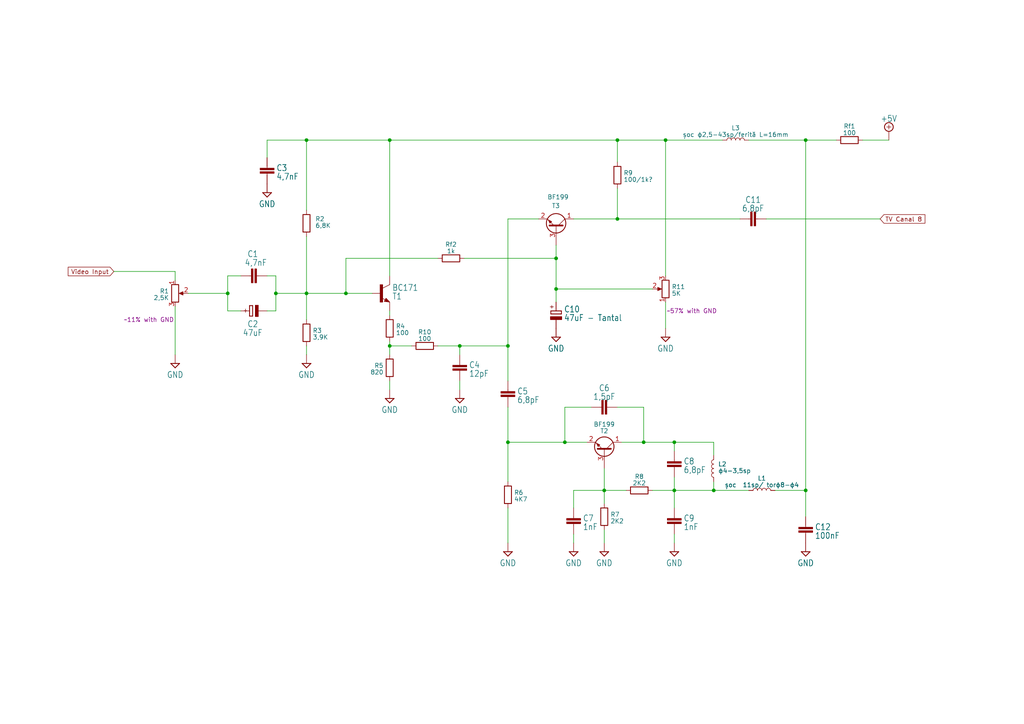
<source format=kicad_sch>
(kicad_sch (version 20230121) (generator eeschema)
  (paper "A4")
  (lib_symbols
    (symbol "Device:L" (pin_numbers hide) (pin_names (offset 1.016) hide)
      (property "Reference" "L" (at -1.27 0 90))
      (property "Value" "L" (at 1.905 0 90))
      (symbol "L_0_1"
        (arc (start 0 -2.54) (mid 0.6323 -1.905) (end 0 -1.27))
        (arc (start 0 -1.27) (mid 0.6323 -0.635) (end 0 0))
        (arc (start 0 0) (mid 0.6323 0.635) (end 0 1.27))
        (arc (start 0 1.27) (mid 0.6323 1.905) (end 0 2.54))
      )
      (symbol "L_1_1"
        (pin passive line (at 0 3.81 270) (length 1.27) (name "1") (number "1"))
        (pin passive line (at 0 -3.81 90) (length 1.27) (name "2") (number "2"))
      )
    )
    (symbol "Device:R_Potentiometer" (pin_names (offset 1.016) hide)
      (property "Reference" "RV" (at -4.445 0 90))
      (property "Value" "R_Potentiometer" (at -2.54 0 90))
      (symbol "R_Potentiometer_0_1"
        (polyline (pts (xy 2.54 0) (xy 1.524 0)))
        (polyline (pts (xy 1.143 0) (xy 2.286 0.508) (xy 2.286 -0.508) (xy 1.143 0)) (fill (type outline)))
        (rectangle (start 1.016 2.54) (end -1.016 -2.54) (stroke (width 0.254)))
      )
      (symbol "R_Potentiometer_1_1"
        (pin passive line (at 0 3.81 270) (length 1.27) (name "1") (number "1"))
        (pin passive line (at 3.81 0 180) (length 1.27) (name "2") (number "2"))
        (pin passive line (at 0 -3.81 90) (length 1.27) (name "3") (number "3"))
      )
    )
    (symbol "HC2000:+5V" (power)
      (property "Value" "+5V" (at -1.905 3.175 0))
      (symbol "+5V_1_0"
        (polyline (pts (xy -0.635 1.27) (xy 0.635 1.27)) (stroke (width 0.1524)))
        (polyline (pts (xy 0 0.635) (xy 0 1.905)) (stroke (width 0.1524)))
        (circle (center 0 1.27) (radius 1.27) (stroke (width 0.254)))
        (pin power_in line (at 0 -2.54 90) (length 2.54) (name "+5V") (number "1"))
      )
    )
    (symbol "HC2000:BC171"
      (property "Reference" "Q" (at -10.16 7.62 0))
      (property "Value" "BC171" (at -10.16 5.08 0))
      (symbol "BC171_1_0"
        (rectangle (start -0.254 -2.54) (end 0.508 2.54) (fill (type outline)))
        (polyline (pts (xy 0.508 1.4732) (xy 1.24 1.8892)) (stroke (width 0.1524)))
        (polyline (pts (xy 0.962 2.3352) (xy 1.47 1.4192)) (stroke (width 0.1524)))
        (polyline (pts (xy 1.143 2.2352) (xy 1.524 1.6002)) (stroke (width 0.254)))
        (polyline (pts (xy 1.27 2.2352) (xy 1.524 1.8542)) (stroke (width 0.254)))
        (polyline (pts (xy 1.47 1.4192) (xy 2.532 2.5352)) (stroke (width 0.1524)))
        (polyline (pts (xy 1.524 1.6002) (xy 2.286 2.3622)) (stroke (width 0.254)))
        (polyline (pts (xy 1.524 1.8542) (xy 1.905 2.1082)) (stroke (width 0.254)))
        (polyline (pts (xy 1.905 2.1082) (xy 1.524 2.1082)) (stroke (width 0.254)))
        (polyline (pts (xy 2.286 2.3622) (xy 1.27 2.2352)) (stroke (width 0.254)))
        (polyline (pts (xy 2.532 2.5352) (xy 0.962 2.3352)) (stroke (width 0.1524)))
        (polyline (pts (xy 2.54 -2.54) (xy 0.508 -1.524)) (stroke (width 0.1524)))
        (pin passive line (at 2.54 -5.08 90) (length 2.54) (name "C") (number "1"))
        (pin passive line (at -2.54 0 0) (length 2.54) (name "B") (number "2"))
        (pin passive line (at 2.54 5.08 270) (length 2.54) (name "E") (number "3"))
      )
    )
    (symbol "HC2000:BF199" (pin_names (offset 0) hide)
      (property "Reference" "Q" (at 5.08 1.905 0))
      (property "Value" "BF199" (at 5.08 0 0))
      (symbol "BF199_0_1"
        (polyline (pts (xy 0.635 0.635) (xy 2.54 2.54)))
        (polyline (pts (xy 0.635 -0.635) (xy 2.54 -2.54) (xy 2.54 -2.54)))
        (polyline (pts (xy 0.635 1.905) (xy 0.635 -1.905) (xy 0.635 -1.905)) (stroke (width 0.508)))
        (polyline (pts (xy 1.27 -1.778) (xy 1.778 -1.27) (xy 2.286 -2.286) (xy 1.27 -1.778) (xy 1.27 -1.778)) (fill (type outline)))
        (circle (center 1.27 0) (radius 2.8194) (stroke (width 0.254)))
      )
      (symbol "BF199_1_1"
        (pin passive line (at 2.54 5.08 270) (length 2.54) (name "C") (number "1"))
        (pin passive line (at 2.54 -5.08 90) (length 2.54) (name "E") (number "2"))
        (pin input line (at -5.08 0 0) (length 5.715) (name "B") (number "3"))
      )
    )
    (symbol "HC2000:C-EU025-025X050"
      (property "Reference" "C" (at 1.524 0.381 0))
      (property "Value" "C-EU025-025X050" (at 1.524 -4.699 0))
      (symbol "C-EU025-025X050_1_0"
        (rectangle (start -2.032 -2.032) (end 2.032 -1.524) (fill (type outline)))
        (rectangle (start -2.032 -1.016) (end 2.032 -0.508) (fill (type outline)))
        (polyline (pts (xy 0 -2.54) (xy 0 -2.032)) (stroke (width 0.1524)))
        (polyline (pts (xy 0 0) (xy 0 -0.508)) (stroke (width 0.1524)))
        (pin passive line (at 0 2.54 270) (length 2.54) (name "1") (number "1"))
        (pin passive line (at 0 -5.08 90) (length 2.54) (name "2") (number "2"))
      )
    )
    (symbol "HC2000:CPOL-EUC"
      (property "Reference" "C" (at 1.143 0.4826 0))
      (property "Value" "CPOL-EUC" (at 1.143 -4.5974 0))
      (symbol "CPOL-EUC_1_0"
        (rectangle (start -1.651 -2.54) (end 1.651 -1.651) (fill (type outline)))
        (polyline (pts (xy -1.524 -0.889) (xy 1.524 -0.889)) (stroke (width 0.254)))
        (polyline (pts (xy -1.524 0) (xy -1.524 -0.889)) (stroke (width 0.254)))
        (polyline (pts (xy -1.524 0) (xy 1.524 0)) (stroke (width 0.254)))
        (polyline (pts (xy 1.524 -0.889) (xy 1.524 0)) (stroke (width 0.254)))
        (text "+" (at -0.5842 0.4064 900) (effects (font (size 1.27 1.0795)) (justify left bottom)))
        (pin passive line (at 0 2.54 270) (length 2.54) (name "+") (number "+"))
        (pin passive line (at 0 -5.08 90) (length 2.54) (name "-") (number "-"))
      )
    )
    (symbol "HC2000:GND" (power)
      (property "Value" "GND" (at -1.905 -3.175 0))
      (symbol "GND_1_0"
        (polyline (pts (xy -1.27 0) (xy 1.27 0)) (stroke (width 0.254)))
        (polyline (pts (xy 0 -1.27) (xy -1.27 0)) (stroke (width 0.254)))
        (polyline (pts (xy 1.27 0) (xy 0 -1.27)) (stroke (width 0.254)))
        (pin power_in line (at 0 2.54 270) (length 2.54) (name "GND") (number "1"))
      )
    )
    (symbol "HC2000:R-MOD0" (pin_numbers hide) (pin_names (offset 0))
      (property "Reference" "R" (at 2.032 0 90))
      (property "Value" "R-MOD0" (at 0 0 90))
      (symbol "R-MOD0_0_1"
        (rectangle (start -1.016 -2.54) (end 1.016 2.54) (stroke (width 0.254)))
      )
      (symbol "R-MOD0_1_1"
        (pin passive line (at 0 3.81 270) (length 1.27) (name "~") (number "1"))
        (pin passive line (at 0 -3.81 90) (length 1.27) (name "~") (number "2"))
      )
    )
    (symbol "HC2000:R-MOD1" (pin_numbers hide) (pin_names (offset 0))
      (property "Reference" "R" (at 2.032 0 90))
      (property "Value" "R-MOD1" (at 0 0 90))
      (symbol "R-MOD1_0_1"
        (rectangle (start -1.016 -2.54) (end 1.016 2.54) (stroke (width 0.254)))
      )
      (symbol "R-MOD1_1_1"
        (pin passive line (at 0 3.81 270) (length 1.27) (name "~") (number "1"))
        (pin passive line (at 0 -3.81 90) (length 1.27) (name "~") (number "2"))
      )
    )
  )
  (junction (at 161.29 83.82))
  (junction (at 195.58 142.24))
  (junction (at 113.03 100.33))
  (junction (at 133.35 100.33))
  (junction (at 147.32 128.27))
  (junction (at 179.07 63.5))
  (junction (at 80.01 85.09))
  (junction (at 100.33 85.09))
  (junction (at 88.9 40.64))
  (junction (at 163.83 128.27))
  (junction (at 147.32 100.33))
  (junction (at 207.01 142.24))
  (junction (at 179.07 40.64))
  (junction (at 113.03 40.64))
  (junction (at 193.04 40.64))
  (junction (at 175.26 142.24))
  (junction (at 161.29 74.93))
  (junction (at 66.04 85.09))
  (junction (at 195.58 128.27))
  (junction (at 233.68 40.64))
  (junction (at 88.9 85.09))
  (junction (at 186.69 128.27))
  (junction (at 233.68 142.24))
  (wire (pts (xy 179.07 118.11) (xy 186.69 118.11)))
  (wire (pts (xy 100.33 74.93) (xy 127 74.93)))
  (wire (pts (xy 88.9 60.96) (xy 88.9 40.64)))
  (wire (pts (xy 66.04 90.17) (xy 69.85 90.17)))
  (wire (pts (xy 88.9 85.09) (xy 100.33 85.09)))
  (wire (pts (xy 113.03 100.33) (xy 113.03 102.87)))
  (wire (pts (xy 100.33 85.09) (xy 107.95 85.09)))
  (wire (pts (xy 50.8 88.9) (xy 50.8 102.87)))
  (wire (pts (xy 113.03 100.33) (xy 119.38 100.33)))
  (wire (pts (xy 214.63 63.5) (xy 179.07 63.5)))
  (wire (pts (xy 163.83 128.27) (xy 170.18 128.27)))
  (wire (pts (xy 233.68 142.24) (xy 233.68 149.86)))
  (wire (pts (xy 113.03 113.03) (xy 113.03 110.49)))
  (wire (pts (xy 80.01 90.17) (xy 80.01 85.09)))
  (wire (pts (xy 175.26 153.67) (xy 175.26 157.48)))
  (wire (pts (xy 217.17 142.24) (xy 207.01 142.24)))
  (wire (pts (xy 195.58 138.43) (xy 195.58 142.24)))
  (wire (pts (xy 161.29 74.93) (xy 161.29 83.82)))
  (wire (pts (xy 222.25 63.5) (xy 255.27 63.5)))
  (wire (pts (xy 80.01 80.01) (xy 80.01 85.09)))
  (wire (pts (xy 133.35 110.49) (xy 133.35 113.03)))
  (wire (pts (xy 179.07 54.61) (xy 179.07 63.5)))
  (wire (pts (xy 54.61 85.09) (xy 66.04 85.09)))
  (wire (pts (xy 80.01 90.17) (xy 77.47 90.17)))
  (wire (pts (xy 147.32 118.11) (xy 147.32 128.27)))
  (wire (pts (xy 179.07 40.64) (xy 193.04 40.64)))
  (wire (pts (xy 134.62 74.93) (xy 161.29 74.93)))
  (wire (pts (xy 189.23 142.24) (xy 195.58 142.24)))
  (wire (pts (xy 193.04 40.64) (xy 193.04 80.01)))
  (wire (pts (xy 77.47 80.01) (xy 80.01 80.01)))
  (wire (pts (xy 147.32 100.33) (xy 147.32 110.49)))
  (wire (pts (xy 127 100.33) (xy 133.35 100.33)))
  (wire (pts (xy 207.01 128.27) (xy 195.58 128.27)))
  (wire (pts (xy 88.9 68.58) (xy 88.9 85.09)))
  (wire (pts (xy 66.04 90.17) (xy 66.04 85.09)))
  (wire (pts (xy 88.9 40.64) (xy 113.03 40.64)))
  (wire (pts (xy 147.32 63.5) (xy 147.32 100.33)))
  (wire (pts (xy 186.69 118.11) (xy 186.69 128.27)))
  (wire (pts (xy 175.26 142.24) (xy 175.26 135.89)))
  (wire (pts (xy 257.81 40.64) (xy 250.19 40.64)))
  (wire (pts (xy 133.35 100.33) (xy 147.32 100.33)))
  (wire (pts (xy 195.58 128.27) (xy 186.69 128.27)))
  (wire (pts (xy 69.85 80.01) (xy 66.04 80.01)))
  (wire (pts (xy 147.32 63.5) (xy 156.21 63.5)))
  (wire (pts (xy 88.9 85.09) (xy 80.01 85.09)))
  (wire (pts (xy 163.83 118.11) (xy 171.45 118.11)))
  (wire (pts (xy 175.26 146.05) (xy 175.26 142.24)))
  (wire (pts (xy 179.07 63.5) (xy 166.37 63.5)))
  (wire (pts (xy 166.37 142.24) (xy 175.26 142.24)))
  (wire (pts (xy 100.33 74.93) (xy 100.33 85.09)))
  (wire (pts (xy 217.17 40.64) (xy 233.68 40.64)))
  (wire (pts (xy 147.32 128.27) (xy 147.32 139.7)))
  (wire (pts (xy 207.01 132.08) (xy 207.01 128.27)))
  (wire (pts (xy 161.29 87.63) (xy 161.29 83.82)))
  (wire (pts (xy 207.01 139.7) (xy 207.01 142.24)))
  (wire (pts (xy 195.58 142.24) (xy 195.58 147.32)))
  (wire (pts (xy 193.04 95.25) (xy 193.04 87.63)))
  (wire (pts (xy 113.03 100.33) (xy 113.03 99.06)))
  (wire (pts (xy 163.83 128.27) (xy 147.32 128.27)))
  (wire (pts (xy 88.9 92.71) (xy 88.9 85.09)))
  (wire (pts (xy 233.68 40.64) (xy 233.68 142.24)))
  (wire (pts (xy 186.69 128.27) (xy 180.34 128.27)))
  (wire (pts (xy 175.26 142.24) (xy 181.61 142.24)))
  (wire (pts (xy 195.58 154.94) (xy 195.58 157.48)))
  (wire (pts (xy 66.04 80.01) (xy 66.04 85.09)))
  (wire (pts (xy 193.04 40.64) (xy 209.55 40.64)))
  (wire (pts (xy 33.02 78.74) (xy 50.8 78.74)))
  (wire (pts (xy 50.8 78.74) (xy 50.8 81.28)))
  (wire (pts (xy 166.37 154.94) (xy 166.37 157.48)))
  (wire (pts (xy 77.47 45.72) (xy 77.47 40.64)))
  (wire (pts (xy 113.03 40.64) (xy 179.07 40.64)))
  (wire (pts (xy 113.03 91.44) (xy 113.03 90.17)))
  (wire (pts (xy 224.79 142.24) (xy 233.68 142.24)))
  (wire (pts (xy 161.29 83.82) (xy 189.23 83.82)))
  (wire (pts (xy 161.29 71.12) (xy 161.29 74.93)))
  (wire (pts (xy 88.9 102.87) (xy 88.9 100.33)))
  (wire (pts (xy 195.58 142.24) (xy 207.01 142.24)))
  (wire (pts (xy 113.03 40.64) (xy 113.03 80.01)))
  (wire (pts (xy 166.37 142.24) (xy 166.37 147.32)))
  (wire (pts (xy 163.83 118.11) (xy 163.83 128.27)))
  (wire (pts (xy 133.35 100.33) (xy 133.35 102.87)))
  (wire (pts (xy 233.68 40.64) (xy 242.57 40.64)))
  (wire (pts (xy 195.58 130.81) (xy 195.58 128.27)))
  (wire (pts (xy 77.47 40.64) (xy 88.9 40.64)))
  (wire (pts (xy 147.32 147.32) (xy 147.32 157.48)))
  (wire (pts (xy 179.07 40.64) (xy 179.07 46.99)))
  (global_label "Video Input" (shape input) (at 33.02 78.74 180) (property "Intersheetrefs" "${INTERSHEET_REFS}" (effects hide)))
  (global_label "TV Canal 8" (shape input) (at 255.27 63.5 0) (property "Intersheetrefs" "${INTERSHEET_REFS}" (effects hide)))
  (symbol (lib_id "HC2000:R-MOD1") (at 175.26 149.86 0) (mirror y) (unit 1)
    (property "Reference" "R7" (at 177.038 149.2163 0) (effects (justify right)))
    (property "Value" "2K2" (at 177.038 151.1373 0) (effects (justify right)))
    (property "Footprint" "HC2000:R_Axial_DIN0204_L3.6mm_D1.6mm_P5.08mm_Horizontal" (effects hide))
  )
  (symbol (lib_id "HC2000:+5V") (at 257.81 38.1 0) (unit 1)
    (property "Reference" "#+5V0101" (effects hide))
    (property "Value" "+5V" (at 257.81 34.4011 0) (effects (font (size 1.778 1.5113))))
  )
  (symbol (lib_id "HC2000:R-MOD1") (at 88.9 64.77 0) (mirror x) (unit 1)
    (property "Reference" "R2" (at 91.44 63.5 0) (effects (justify left)))
    (property "Value" "6,8K" (at 91.44 65.421 0) (effects (justify left)))
    (property "Footprint" "HC2000:R_Axial_DIN0204_L3.6mm_D1.6mm_P5.08mm_Horizontal" (effects hide))
  )
  (symbol (lib_id "HC2000:GND") (at 161.29 97.79 0) (unit 1)
    (property "Reference" "#SUPPLY09" (effects hide))
    (property "Value" "GND" (at 161.29 101.0741 0) (effects (font (size 1.778 1.5113))))
    (property "Footprint" "HC2000:" (effects hide))
  )
  (symbol (lib_id "HC2000:R-MOD0") (at 113.03 95.25 0) (mirror y) (unit 1)
    (property "Reference" "R4" (at 114.808 94.6063 0) (effects (justify right)))
    (property "Value" "100" (at 114.808 96.5273 0) (effects (justify right)))
    (property "Footprint" "HC2000:Pin_D0.9mm_L10.0mm_W2.4mm_FlatFork" (effects hide))
  )
  (symbol (lib_id "HC2000:C-EU025-025X050") (at 133.35 105.41 0) (unit 1)
    (property "Reference" "C4" (at 136.017 105.8555 0) (effects (font (size 1.778 1.5113)) (justify left)))
    (property "Value" "12pF" (at 136.017 108.3597 0) (effects (font (size 1.778 1.5113)) (justify left)))
    (property "Footprint" "HC2000:C025-030X050" (effects hide))
  )
  (symbol (lib_id "HC2000:BF199") (at 175.26 130.81 270) (mirror x) (unit 1)
    (property "Reference" "T2" (at 175.26 124.9981 90))
    (property "Value" "BF199" (at 175.26 123.0771 90))
    (property "Footprint" "HC2000:TO-92_Wide" (effects hide))
    (property "Datasheet" "http://www.micropik.com/PDF/BF199.pdf" (effects hide))
  )
  (symbol (lib_id "HC2000:GND") (at 195.58 160.02 0) (unit 1)
    (property "Reference" "#SUPPLY012" (effects hide))
    (property "Value" "GND" (at 195.58 163.3041 0) (effects (font (size 1.778 1.5113))))
    (property "Footprint" "HC2000:" (effects hide))
  )
  (symbol (lib_id "HC2000:R-MOD1") (at 88.9 96.52 0) (unit 1)
    (property "Reference" "R3" (at 90.678 95.8763 0) (effects (justify left)))
    (property "Value" "3,9K" (at 90.678 97.7973 0) (effects (justify left)))
    (property "Footprint" "HC2000:R_Axial_DIN0204_L3.6mm_D1.6mm_P5.08mm_Horizontal" (effects hide))
  )
  (symbol (lib_id "HC2000:GND") (at 175.26 160.02 0) (unit 1)
    (property "Reference" "#SUPPLY011" (effects hide))
    (property "Value" "GND" (at 175.26 163.3041 0) (effects (font (size 1.778 1.5113))))
    (property "Footprint" "HC2000:" (effects hide))
  )
  (symbol (lib_id "HC2000:C-EU025-025X050") (at 195.58 152.4 180) (unit 1)
    (property "Reference" "C9" (at 198.247 150.3055 0) (effects (font (size 1.778 1.5113)) (justify right)))
    (property "Value" "1nF" (at 198.247 152.8097 0) (effects (font (size 1.778 1.5113)) (justify right)))
    (property "Footprint" "HC2000:C025-030X050" (effects hide))
  )
  (symbol (lib_id "HC2000:C-EU025-025X050") (at 219.71 63.5 270) (unit 1)
    (property "Reference" "C11" (at 218.44 57.9319 90) (effects (font (size 1.778 1.5113))))
    (property "Value" "6,8pF" (at 218.44 60.4361 90) (effects (font (size 1.778 1.5113))))
    (property "Footprint" "HC2000:C025-030X050" (effects hide))
  )
  (symbol (lib_id "Device:L") (at 207.01 135.89 0) (mirror y) (unit 1)
    (property "Reference" "L2" (at 208.28 134.62 0) (effects (justify right)))
    (property "Value" "ϕ4-3,5sp" (at 208.28 136.541 0) (effects (justify right)))
    (property "Footprint" "Inductor_THT:L_Axial_L12.0mm_D5.0mm_P5.08mm_Vertical_Fastron_MISC" (effects hide))
  )
  (symbol (lib_id "Device:L") (at 213.36 40.64 270) (mirror x) (unit 1)
    (property "Reference" "L3" (at 213.36 37.1247 90))
    (property "Value" "șoc ϕ2,5-43sp/ferită L=16mm" (at 213.36 39.0457 90))
    (property "Footprint" "HC2000:L_Axial_L11.0mm_D4.5mm_P15.24mm_Horizontal_Fastron_MECC" (effects hide))
  )
  (symbol (lib_id "HC2000:GND") (at 147.32 160.02 0) (unit 1)
    (property "Reference" "#SUPPLY07" (effects hide))
    (property "Value" "GND" (at 147.32 163.3041 0) (effects (font (size 1.778 1.5113))))
    (property "Footprint" "HC2000:" (effects hide))
  )
  (symbol (lib_id "HC2000:GND") (at 193.04 97.79 0) (unit 1)
    (property "Reference" "#SUPPLY08" (effects hide))
    (property "Value" "GND" (at 193.04 101.0741 0) (effects (font (size 1.778 1.5113))))
    (property "Footprint" "HC2000:" (effects hide))
  )
  (symbol (lib_id "HC2000:GND") (at 133.35 115.57 0) (unit 1)
    (property "Reference" "#SUPPLY06" (effects hide))
    (property "Value" "GND" (at 133.35 118.8541 0) (effects (font (size 1.778 1.5113))))
    (property "Footprint" "HC2000:" (effects hide))
  )
  (symbol (lib_id "HC2000:GND") (at 77.47 55.88 0) (unit 1)
    (property "Reference" "#SUPPLY02" (effects hide))
    (property "Value" "GND" (at 77.47 59.1641 0) (effects (font (size 1.778 1.5113))))
    (property "Footprint" "HC2000:" (effects hide))
  )
  (symbol (lib_id "HC2000:GND") (at 113.03 115.57 0) (unit 1)
    (property "Reference" "#SUPPLY04" (effects hide))
    (property "Value" "GND" (at 113.03 118.8541 0) (effects (font (size 1.778 1.5113))))
    (property "Footprint" "HC2000:" (effects hide))
  )
  (symbol (lib_id "HC2000:BC171") (at 110.49 85.09 0) (mirror x) (unit 1)
    (property "Reference" "T1" (at 113.7412 85.9415 0) (effects (font (size 1.778 1.5113)) (justify left)))
    (property "Value" "BC171" (at 113.7412 83.4373 0) (effects (font (size 1.778 1.5113)) (justify left)))
    (property "Footprint" "HC2000:TO-92L_Wide_cbe" (effects hide))
  )
  (symbol (lib_id "HC2000:C-EU025-025X050") (at 173.99 118.11 90) (unit 1)
    (property "Reference" "C6" (at 175.26 112.5419 90) (effects (font (size 1.778 1.5113))))
    (property "Value" "1,5pF" (at 175.26 115.0461 90) (effects (font (size 1.778 1.5113))))
    (property "Footprint" "HC2000:C025-030X050" (effects hide))
  )
  (symbol (lib_id "HC2000:GND") (at 88.9 105.41 0) (unit 1)
    (property "Reference" "#SUPPLY03" (effects hide))
    (property "Value" "GND" (at 88.9 108.6941 0) (effects (font (size 1.778 1.5113))))
    (property "Footprint" "HC2000:" (effects hide))
  )
  (symbol (lib_id "HC2000:R-MOD1") (at 185.42 142.24 90) (mirror x) (unit 1)
    (property "Reference" "R8" (at 185.42 138.2141 90))
    (property "Value" "2K2" (at 185.42 140.1351 90))
    (property "Footprint" "HC2000:R_Axial_DIN0204_L3.6mm_D1.6mm_P5.08mm_Horizontal" (effects hide))
  )
  (symbol (lib_id "HC2000:C-EU025-025X050") (at 195.58 133.35 0) (unit 1)
    (property "Reference" "C8" (at 198.247 133.7955 0) (effects (font (size 1.778 1.5113)) (justify left)))
    (property "Value" "6,8pF" (at 198.247 136.2997 0) (effects (font (size 1.778 1.5113)) (justify left)))
    (property "Footprint" "HC2000:C025-025X050" (effects hide))
  )
  (symbol (lib_id "HC2000:GND") (at 233.68 160.02 0) (unit 1)
    (property "Reference" "#SUPPLY05" (effects hide))
    (property "Value" "GND" (at 233.68 163.3041 0) (effects (font (size 1.778 1.5113))))
    (property "Footprint" "HC2000:" (effects hide))
  )
  (symbol (lib_id "HC2000:R-MOD0") (at 246.38 40.64 90) (mirror x) (unit 1)
    (property "Reference" "Rf1" (at 246.38 36.6141 90))
    (property "Value" "100" (at 246.38 38.5351 90))
    (property "Footprint" "HC2000:Pin_D0.9mm_L10.0mm_W2.4mm_FlatFork" (effects hide))
  )
  (symbol (lib_id "HC2000:C-EU025-025X050") (at 147.32 113.03 0) (unit 1)
    (property "Reference" "C5" (at 149.987 113.4755 0) (effects (font (size 1.778 1.5113)) (justify left)))
    (property "Value" "6,8pF" (at 149.987 115.9797 0) (effects (font (size 1.778 1.5113)) (justify left)))
    (property "Footprint" "HC2000:C025-030X050" (effects hide))
  )
  (symbol (lib_id "HC2000:C-EU025-025X050") (at 233.68 152.4 0) (unit 1)
    (property "Reference" "C12" (at 236.347 152.8455 0) (effects (font (size 1.778 1.5113)) (justify left)))
    (property "Value" "100nF" (at 236.347 155.3497 0) (effects (font (size 1.778 1.5113)) (justify left)))
    (property "Footprint" "HC2000:C025-025X050" (effects hide))
  )
  (symbol (lib_id "HC2000:C-EU025-025X050") (at 72.39 80.01 90) (unit 1)
    (property "Reference" "C1" (at 74.93 73.66 90) (effects (font (size 1.778 1.5113)) (justify left)))
    (property "Value" "4,7nF" (at 77.47 76.2 90) (effects (font (size 1.778 1.5113)) (justify left)))
    (property "Footprint" "HC2000:C025-025X050" (effects hide))
  )
  (symbol (lib_id "HC2000:GND") (at 50.8 105.41 0) (unit 1)
    (property "Reference" "#SUPPLY01" (effects hide))
    (property "Value" "GND" (at 50.8 108.6941 0) (effects (font (size 1.778 1.5113))))
    (property "Footprint" "HC2000:" (effects hide))
  )
  (symbol (lib_id "Device:L") (at 220.98 142.24 270) (mirror x) (unit 1)
    (property "Reference" "L1" (at 220.98 138.7247 90))
    (property "Value" "șoc  11sp/ torϕ8-ϕ4" (at 220.98 140.6457 90))
    (property "Footprint" "Inductor_THT:L_Axial_L7.0mm_D3.3mm_P10.16mm_Horizontal_Fastron_MICC" (effects hide))
  )
  (symbol (lib_id "HC2000:CPOL-EUC") (at 161.29 90.17 0) (unit 1)
    (property "Reference" "C10" (at 163.576 89.6834 0) (effects (font (size 1.778 1.5113)) (justify left)))
    (property "Value" "47uF - Tantal" (at 163.576 92.1876 0) (effects (font (size 1.778 1.5113)) (justify left)))
    (property "Footprint" "HC2000:CPOL025-025X050" (effects hide))
  )
  (symbol (lib_id "HC2000:C-EU025-025X050") (at 166.37 152.4 180) (unit 1)
    (property "Reference" "C7" (at 169.037 150.3055 0) (effects (font (size 1.778 1.5113)) (justify right)))
    (property "Value" "1nF" (at 169.037 152.8097 0) (effects (font (size 1.778 1.5113)) (justify right)))
    (property "Footprint" "HC2000:C025-025X050" (effects hide))
  )
  (symbol (lib_id "HC2000:GND") (at 166.37 160.02 0) (unit 1)
    (property "Reference" "#SUPPLY010" (effects hide))
    (property "Value" "GND" (at 166.37 163.3041 0) (effects (font (size 1.778 1.5113))))
    (property "Footprint" "HC2000:" (effects hide))
  )
  (symbol (lib_id "HC2000:R-MOD1") (at 130.81 74.93 270) (mirror x) (unit 1)
    (property "Reference" "Rf2" (at 130.81 70.9041 90))
    (property "Value" "1k" (at 130.81 72.8251 90))
    (property "Footprint" "HC2000:R_Axial_DIN0204_L3.6mm_D1.6mm_P5.08mm_Horizontal" (effects hide))
  )
  (symbol (lib_id "HC2000:R-MOD0") (at 113.03 106.68 0) (mirror x) (unit 1)
    (property "Reference" "R5" (at 111.2521 106.0363 0) (effects (justify right)))
    (property "Value" "820" (at 111.2521 107.9573 0) (effects (justify right)))
    (property "Footprint" "HC2000:Pin_D0.9mm_L10.0mm_W2.4mm_FlatFork" (effects hide))
  )
  (symbol (lib_id "Device:R_Potentiometer") (at 50.8 85.09 0) (unit 1)
    (property "Reference" "R1" (at 49.022 84.4463 0) (effects (justify right)))
    (property "Value" "2,5K" (at 49.022 86.3673 0) (effects (justify right)))
    (property "Footprint" "Potentiometer_THT:Potentiometer_Piher_PT-10-V10_Vertical" (effects hide))
    (property "Adjustment" "~11% with GND" (at 43.18 92.71 0))
  )
  (symbol (lib_id "HC2000:C-EU025-025X050") (at 77.47 48.26 0) (unit 1)
    (property "Reference" "C3" (at 80.137 48.7055 0) (effects (font (size 1.778 1.5113)) (justify left)))
    (property "Value" "4,7nF" (at 80.137 51.2097 0) (effects (font (size 1.778 1.5113)) (justify left)))
    (property "Footprint" "HC2000:C025-025X050" (effects hide))
  )
  (symbol (lib_id "HC2000:BF199") (at 161.29 66.04 270) (mirror x) (unit 1)
    (property "Reference" "T3" (at 160.02 59.69 90) (effects (justify left)))
    (property "Value" "BF199" (at 158.75 57.15 90) (effects (justify left)))
    (property "Footprint" "HC2000:TO-92_Wide" (effects hide))
    (property "Datasheet" "http://www.micropik.com/PDF/BF199.pdf" (effects hide))
  )
  (symbol (lib_id "HC2000:R-MOD1") (at 179.07 50.8 0) (mirror y) (unit 1)
    (property "Reference" "R9" (at 180.848 50.1563 0) (effects (justify right)))
    (property "Value" "100/1k?" (at 180.848 52.0773 0) (effects (justify right)))
    (property "Footprint" "HC2000:R_Axial_DIN0204_L3.6mm_D1.6mm_P5.08mm_Horizontal" (effects hide))
  )
  (symbol (lib_id "HC2000:R-MOD1") (at 147.32 143.51 0) (mirror y) (unit 1)
    (property "Reference" "R6" (at 149.098 142.8663 0) (effects (justify right)))
    (property "Value" "4K7" (at 149.098 144.7873 0) (effects (justify right)))
    (property "Footprint" "HC2000:R_Axial_DIN0204_L3.6mm_D1.6mm_P5.08mm_Horizontal" (effects hide))
  )
  (symbol (lib_id "HC2000:CPOL-EUC") (at 72.39 90.17 90) (unit 1)
    (property "Reference" "C2" (at 74.93 93.98 90) (effects (font (size 1.778 1.5113)) (justify left)))
    (property "Value" "47uF" (at 76.2 96.52 90) (effects (font (size 1.778 1.5113)) (justify left)))
    (property "Footprint" "HC2000:CPOL025-025X050" (effects hide))
  )
  (symbol (lib_id "HC2000:R-MOD0") (at 123.19 100.33 270) (mirror x) (unit 1)
    (property "Reference" "R10" (at 123.19 96.3041 90))
    (property "Value" "100" (at 123.19 98.2251 90))
    (property "Footprint" "HC2000:Pin_D0.9mm_L10.0mm_W2.4mm_FlatFork" (effects hide))
  )
  (symbol (lib_id "Device:R_Potentiometer") (at 193.04 83.82 180) (unit 1)
    (property "Reference" "R11" (at 194.818 83.1763 0) (effects (justify right)))
    (property "Value" "5K" (at 194.818 85.0973 0) (effects (justify right)))
    (property "Footprint" "Potentiometer_THT:Potentiometer_Piher_PT-10-V10_Vertical" (effects hide))
    (property "Adjustment" "~57% with GND" (at 200.66 90.17 0))
  )
)
</source>
